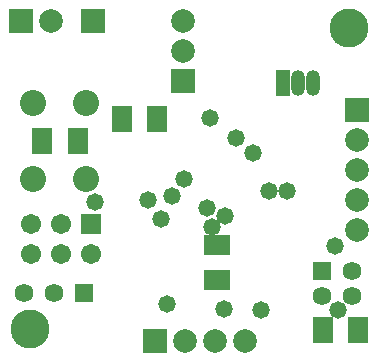
<source format=gbs>
G04 Layer_Color=16711935*
%FSLAX24Y24*%
%MOIN*%
G70*
G01*
G75*
%ADD34R,0.0867X0.0671*%
%ADD35R,0.0671X0.0867*%
%ADD39R,0.0789X0.0789*%
%ADD40C,0.0789*%
%ADD41C,0.1300*%
%ADD42C,0.0623*%
%ADD43R,0.0623X0.0623*%
%ADD44C,0.0867*%
%ADD45R,0.0671X0.0671*%
%ADD46C,0.0671*%
%ADD47R,0.0789X0.0789*%
%ADD48O,0.0474X0.0867*%
%ADD49R,0.0474X0.0867*%
%ADD50C,0.0580*%
D34*
X7434Y3991D02*
D03*
Y2809D02*
D03*
D35*
X1594Y7450D02*
D03*
X2775D02*
D03*
X5425Y8200D02*
D03*
X4244D02*
D03*
X12125Y1150D02*
D03*
X10944D02*
D03*
D39*
X6284Y9450D02*
D03*
X12084Y8500D02*
D03*
X3284Y11450D02*
D03*
D40*
X6284D02*
D03*
Y10450D02*
D03*
X12084Y4500D02*
D03*
Y5500D02*
D03*
Y6500D02*
D03*
Y7500D02*
D03*
X8350Y800D02*
D03*
X7350D02*
D03*
X6350D02*
D03*
X1884Y11450D02*
D03*
D41*
X1181Y1181D02*
D03*
X11811Y11220D02*
D03*
D42*
X1984Y2400D02*
D03*
X984D02*
D03*
X10924Y2295D02*
D03*
X11924D02*
D03*
Y3126D02*
D03*
D43*
X2984Y2400D02*
D03*
X10924Y3126D02*
D03*
D44*
X1298Y6170D02*
D03*
Y8730D02*
D03*
X3070Y6170D02*
D03*
Y8730D02*
D03*
D45*
X3234Y4700D02*
D03*
D46*
Y3700D02*
D03*
X2234Y4700D02*
D03*
Y3700D02*
D03*
X1234Y4700D02*
D03*
Y3700D02*
D03*
D47*
X5350Y800D02*
D03*
X884Y11450D02*
D03*
D48*
X10634Y9400D02*
D03*
X10134D02*
D03*
D49*
X9634D02*
D03*
D50*
X7246Y4570D02*
D03*
X6316Y6170D02*
D03*
X5936Y5610D02*
D03*
X3356Y5410D02*
D03*
X5556Y4850D02*
D03*
X11446Y1820D02*
D03*
X9146Y5800D02*
D03*
X9756D02*
D03*
X11356Y3940D02*
D03*
X7686Y4950D02*
D03*
X7087Y5231D02*
D03*
X8626Y7060D02*
D03*
X5760Y2010D02*
D03*
X8066Y7540D02*
D03*
X5116Y5490D02*
D03*
X8906Y1830D02*
D03*
X7656Y1840D02*
D03*
X7196Y8220D02*
D03*
M02*

</source>
